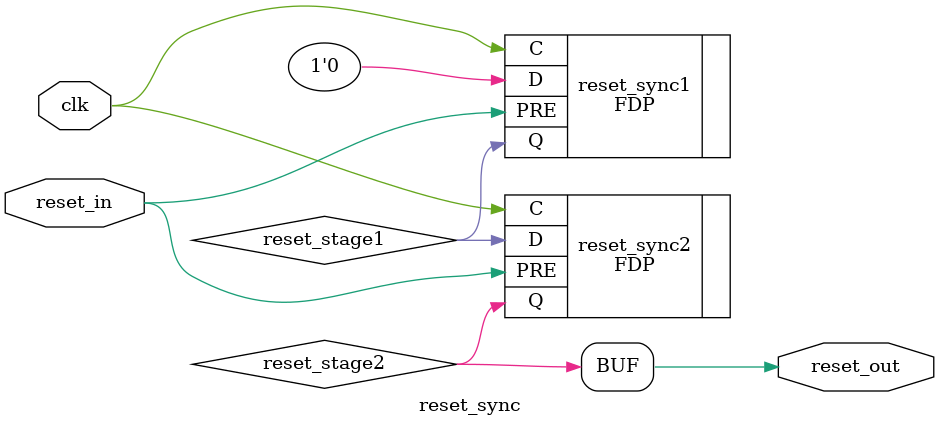
<source format=v>

`timescale 1ps/1ps

module reset_sync #(
  parameter INITIALISE = 2'b11
)
(
   input       reset_in,
   input       clk,
   output      reset_out
);


  (* shreg_extract = "no", ASYNC_REG = "TRUE" *)
  wire  reset_stage1;

  (* shreg_extract = "no", ASYNC_REG = "TRUE" *)
  wire  reset_stage2;

  FDP #(
   .INIT (INITIALISE[0])
  ) reset_sync1 (
  .C  (clk), 
  .PRE(reset_in),
  .D  (1'b0),
  .Q  (reset_stage1) 
  );
  
  FDP #(
   .INIT (INITIALISE[1])
  ) reset_sync2 (
  .C  (clk), 
  .PRE(reset_in),
  .D  (reset_stage1),
  .Q  (reset_stage2) 
  );


assign reset_out = reset_stage2;



endmodule

</source>
